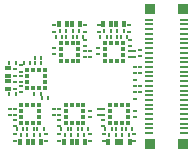
<source format=gtp>
G04*
G04 #@! TF.GenerationSoftware,Altium Limited,Altium Designer,23.10.1 (27)*
G04*
G04 Layer_Color=8421504*
%FSLAX44Y44*%
%MOMM*%
G71*
G04*
G04 #@! TF.SameCoordinates,8A1B99A7-8AA4-4D58-B7F6-5934CCCD9AE1*
G04*
G04*
G04 #@! TF.FilePolarity,Positive*
G04*
G01*
G75*
%ADD13R,0.7000X0.2000*%
%ADD14R,0.9500X0.9500*%
%ADD15R,0.2500X0.3500*%
%ADD16R,0.3294X0.4048*%
%ADD17R,0.4048X0.3294*%
%ADD18R,0.3000X0.5000*%
%ADD19R,0.3500X0.2500*%
%ADD20R,0.5000X0.3000*%
D13*
X126000Y35000D02*
D03*
Y39000D02*
D03*
Y43000D02*
D03*
Y47000D02*
D03*
Y51000D02*
D03*
Y55000D02*
D03*
Y59000D02*
D03*
Y63000D02*
D03*
Y67000D02*
D03*
Y71000D02*
D03*
Y75000D02*
D03*
Y79000D02*
D03*
Y131000D02*
D03*
Y127000D02*
D03*
Y123000D02*
D03*
Y119000D02*
D03*
Y115000D02*
D03*
Y111000D02*
D03*
Y107000D02*
D03*
Y103000D02*
D03*
Y99000D02*
D03*
Y95000D02*
D03*
Y91000D02*
D03*
Y87000D02*
D03*
Y83000D02*
D03*
X156000Y35000D02*
D03*
Y39000D02*
D03*
Y43000D02*
D03*
Y47000D02*
D03*
Y51000D02*
D03*
Y55000D02*
D03*
Y59000D02*
D03*
Y63000D02*
D03*
Y67000D02*
D03*
Y71000D02*
D03*
Y75000D02*
D03*
Y79000D02*
D03*
Y131000D02*
D03*
Y127000D02*
D03*
Y123000D02*
D03*
Y119000D02*
D03*
Y115000D02*
D03*
Y111000D02*
D03*
Y107000D02*
D03*
Y103000D02*
D03*
Y99000D02*
D03*
Y95000D02*
D03*
Y91000D02*
D03*
Y87000D02*
D03*
Y83000D02*
D03*
D14*
X155000Y26000D02*
D03*
X127000D02*
D03*
X155000Y140000D02*
D03*
X127000D02*
D03*
D15*
X29065Y68512D02*
D03*
X34565D02*
D03*
X41000Y64459D02*
D03*
X35500D02*
D03*
X98000Y33250D02*
D03*
X92500D02*
D03*
X103500D02*
D03*
X109000D02*
D03*
X98000Y38250D02*
D03*
X103500D02*
D03*
X106750D02*
D03*
X112250D02*
D03*
X94750D02*
D03*
X89250D02*
D03*
X99249Y121750D02*
D03*
X104749D02*
D03*
X93749D02*
D03*
X88249D02*
D03*
X99249Y116750D02*
D03*
X93749D02*
D03*
X102499D02*
D03*
X107999D02*
D03*
X90499D02*
D03*
X84999D02*
D03*
X61749Y121750D02*
D03*
X67249D02*
D03*
X56249D02*
D03*
X50749D02*
D03*
X61749Y116750D02*
D03*
X56249D02*
D03*
X64999D02*
D03*
X70499D02*
D03*
X52999D02*
D03*
X47499D02*
D03*
X13250Y94000D02*
D03*
X7750D02*
D03*
X34993Y98251D02*
D03*
X29493D02*
D03*
X29500Y94250D02*
D03*
X35000D02*
D03*
X13250Y68000D02*
D03*
X7750D02*
D03*
X25750Y94250D02*
D03*
X20250D02*
D03*
X28500Y38250D02*
D03*
X23000D02*
D03*
X14250D02*
D03*
X19750D02*
D03*
X34000Y33250D02*
D03*
X28500D02*
D03*
X17500D02*
D03*
X23000D02*
D03*
X37250Y38250D02*
D03*
X31750D02*
D03*
X55000Y33250D02*
D03*
X60500D02*
D03*
X71500D02*
D03*
X66000D02*
D03*
X51750Y38250D02*
D03*
X57250D02*
D03*
X74750D02*
D03*
X69250D02*
D03*
X66000D02*
D03*
X60500D02*
D03*
D16*
X103251Y43757D02*
D03*
X98249D02*
D03*
Y58743D02*
D03*
X103251D02*
D03*
X93999Y111243D02*
D03*
X99000D02*
D03*
Y96257D02*
D03*
X93999D02*
D03*
X56499Y111243D02*
D03*
X61500D02*
D03*
Y96257D02*
D03*
X56499D02*
D03*
X22998Y88493D02*
D03*
X27999D02*
D03*
X33001D02*
D03*
X38002D02*
D03*
Y73507D02*
D03*
X33001D02*
D03*
X27999D02*
D03*
X22998D02*
D03*
X28251Y58743D02*
D03*
X23249D02*
D03*
Y43757D02*
D03*
X28251D02*
D03*
X65751Y58743D02*
D03*
X60749D02*
D03*
Y43757D02*
D03*
X65751D02*
D03*
D17*
X93257Y43748D02*
D03*
Y48749D02*
D03*
Y53751D02*
D03*
Y58752D02*
D03*
X108243D02*
D03*
Y53751D02*
D03*
Y48749D02*
D03*
Y43748D02*
D03*
X103992Y111252D02*
D03*
Y106251D02*
D03*
Y101249D02*
D03*
Y96248D02*
D03*
X89006D02*
D03*
Y101249D02*
D03*
Y106251D02*
D03*
Y111252D02*
D03*
X66492D02*
D03*
Y106251D02*
D03*
Y101249D02*
D03*
Y96248D02*
D03*
X51506D02*
D03*
Y101249D02*
D03*
Y106251D02*
D03*
Y111252D02*
D03*
X23007Y78499D02*
D03*
Y83501D02*
D03*
X37993D02*
D03*
Y78499D02*
D03*
X33243Y43748D02*
D03*
Y48749D02*
D03*
Y53751D02*
D03*
Y58752D02*
D03*
X18257D02*
D03*
Y53751D02*
D03*
Y48749D02*
D03*
Y43748D02*
D03*
X70743D02*
D03*
Y48749D02*
D03*
Y53751D02*
D03*
Y58752D02*
D03*
X55757D02*
D03*
Y53751D02*
D03*
Y48749D02*
D03*
Y43748D02*
D03*
D18*
X91750Y27250D02*
D03*
X98750D02*
D03*
X102750D02*
D03*
X109750D02*
D03*
X105499Y127750D02*
D03*
X98499D02*
D03*
X94499D02*
D03*
X87499D02*
D03*
X67999D02*
D03*
X60999D02*
D03*
X56999D02*
D03*
X49999D02*
D03*
X23750Y27250D02*
D03*
X16750D02*
D03*
X34750D02*
D03*
X27750D02*
D03*
X61250D02*
D03*
X54250D02*
D03*
X72250D02*
D03*
X65250D02*
D03*
D19*
X83499Y55743D02*
D03*
Y50243D02*
D03*
X87750Y34000D02*
D03*
Y28500D02*
D03*
X113750Y34000D02*
D03*
Y28500D02*
D03*
X87500Y50250D02*
D03*
Y55750D02*
D03*
Y46500D02*
D03*
Y41000D02*
D03*
X113750Y99257D02*
D03*
Y104757D02*
D03*
X109499Y121000D02*
D03*
Y126500D02*
D03*
X83499Y121000D02*
D03*
Y126500D02*
D03*
X109749Y108500D02*
D03*
Y114000D02*
D03*
Y104750D02*
D03*
Y99250D02*
D03*
X76250Y99257D02*
D03*
Y104757D02*
D03*
X71999Y121000D02*
D03*
Y126500D02*
D03*
X45999Y121000D02*
D03*
Y126500D02*
D03*
X72249Y108500D02*
D03*
Y114000D02*
D03*
Y104750D02*
D03*
Y99250D02*
D03*
X114000Y64000D02*
D03*
Y69500D02*
D03*
Y75000D02*
D03*
Y80000D02*
D03*
Y85500D02*
D03*
Y91000D02*
D03*
Y53750D02*
D03*
Y48250D02*
D03*
X76254Y53766D02*
D03*
Y48267D02*
D03*
X83000Y107250D02*
D03*
Y101750D02*
D03*
X45500D02*
D03*
Y107250D02*
D03*
X119000Y69500D02*
D03*
Y75000D02*
D03*
X119000Y100250D02*
D03*
Y105750D02*
D03*
X119000Y85500D02*
D03*
Y91000D02*
D03*
X17500Y83750D02*
D03*
Y78250D02*
D03*
Y75000D02*
D03*
Y69500D02*
D03*
Y87000D02*
D03*
Y92500D02*
D03*
X12500Y83750D02*
D03*
Y89250D02*
D03*
Y78250D02*
D03*
Y72750D02*
D03*
X12500Y41000D02*
D03*
Y46500D02*
D03*
Y55750D02*
D03*
Y50250D02*
D03*
X8499Y50243D02*
D03*
Y55743D02*
D03*
X12750Y28500D02*
D03*
Y34000D02*
D03*
X38750Y28500D02*
D03*
Y34000D02*
D03*
X50000Y41000D02*
D03*
Y46500D02*
D03*
Y55750D02*
D03*
Y50250D02*
D03*
X45999Y50243D02*
D03*
Y55743D02*
D03*
X50250Y28500D02*
D03*
Y34000D02*
D03*
X76250Y28500D02*
D03*
Y34000D02*
D03*
D20*
X6500Y90000D02*
D03*
Y83000D02*
D03*
Y79000D02*
D03*
Y72000D02*
D03*
M02*

</source>
